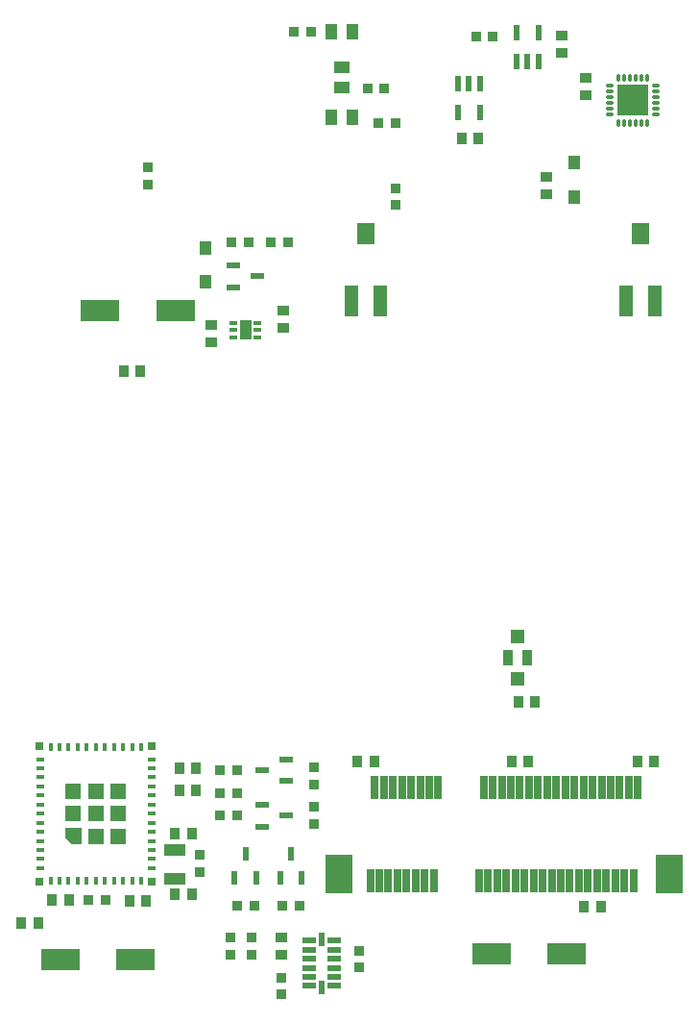
<source format=gtp>
G04*
G04 #@! TF.GenerationSoftware,Altium Limited,Altium Designer,21.0.9 (235)*
G04*
G04 Layer_Color=8421504*
%FSLAX24Y24*%
%MOIN*%
G70*
G04*
G04 #@! TF.SameCoordinates,6C9EA5C6-EB33-49EF-A4A3-CBEC368A9CDE*
G04*
G04*
G04 #@! TF.FilePolarity,Positive*
G04*
G01*
G75*
%ADD17R,0.0250X0.0830*%
%ADD18R,0.0960X0.1320*%
%ADD19R,0.0433X0.0571*%
%ADD20R,0.0571X0.0433*%
%ADD21R,0.0441X0.0488*%
%ADD22R,0.0472X0.1063*%
%ADD23R,0.0591X0.0748*%
%ADD24R,0.0394X0.0335*%
%ADD25R,0.0492X0.0236*%
%ADD26R,0.0335X0.0394*%
%ADD27R,0.1320X0.0750*%
%ADD28R,0.0236X0.0492*%
%ADD29R,0.0157X0.0315*%
%ADD30R,0.0315X0.0157*%
%ADD31R,0.0571X0.0571*%
%ADD32R,0.0276X0.0276*%
%ADD33R,0.0374X0.0354*%
%ADD34R,0.0354X0.0374*%
%ADD35R,0.0236X0.0551*%
%ADD36R,0.0512X0.0472*%
%ADD37R,0.1063X0.1063*%
%ADD38O,0.0315X0.0110*%
%ADD39O,0.0110X0.0315*%
%ADD40R,0.0748X0.0433*%
%ADD41R,0.0433X0.0669*%
%ADD42R,0.0256X0.0138*%
%ADD43R,0.0217X0.0451*%
%ADD44R,0.0451X0.0217*%
G36*
X3957Y6467D02*
Y5896D01*
X3622D01*
X3386Y6132D01*
Y6467D01*
X3957D01*
D02*
G37*
G36*
X18583Y12087D02*
Y12638D01*
X18937D01*
Y12087D01*
X18583D01*
D02*
G37*
G36*
X19252D02*
Y12638D01*
X19606D01*
Y12087D01*
X19252D01*
D02*
G37*
D17*
X13976Y4646D02*
D03*
X17756D02*
D03*
X19331D02*
D03*
X20591D02*
D03*
X19961D02*
D03*
X18071D02*
D03*
X18701D02*
D03*
X19016D02*
D03*
X18386D02*
D03*
X20276D02*
D03*
X19646D02*
D03*
X20906D02*
D03*
X14134Y7874D02*
D03*
X14449D02*
D03*
X14764D02*
D03*
X15394D02*
D03*
X16024D02*
D03*
X16339D02*
D03*
X15079D02*
D03*
X15709D02*
D03*
X16181Y4646D02*
D03*
X15866D02*
D03*
X15236D02*
D03*
X14291D02*
D03*
X14921D02*
D03*
X15551D02*
D03*
X14606D02*
D03*
X22953Y7874D02*
D03*
X22638D02*
D03*
X21693D02*
D03*
X21063D02*
D03*
X23268D02*
D03*
X21378D02*
D03*
X22008D02*
D03*
X20748D02*
D03*
X22323D02*
D03*
X21850Y4646D02*
D03*
X22795D02*
D03*
X22480D02*
D03*
X21220D02*
D03*
X21535D02*
D03*
X22165D02*
D03*
X23110D02*
D03*
X20433Y7874D02*
D03*
X18228D02*
D03*
X18543D02*
D03*
X18858D02*
D03*
X17913D02*
D03*
X19803D02*
D03*
X20118D02*
D03*
X19173D02*
D03*
X19488D02*
D03*
D18*
X12884Y4882D02*
D03*
X24360D02*
D03*
D19*
X12638Y34055D02*
D03*
X13346D02*
D03*
Y31102D02*
D03*
X12638D02*
D03*
D20*
X12992Y32126D02*
D03*
Y32835D02*
D03*
D21*
X21063Y29528D02*
D03*
Y28346D02*
D03*
X8268Y26575D02*
D03*
Y25394D02*
D03*
D22*
X22858Y24744D02*
D03*
X23842D02*
D03*
X14314D02*
D03*
X13330D02*
D03*
D23*
X23350Y27067D02*
D03*
X13822D02*
D03*
D24*
X8465Y23307D02*
D03*
Y23898D02*
D03*
X10945Y24390D02*
D03*
Y23799D02*
D03*
X20630Y33917D02*
D03*
Y33327D02*
D03*
X21457Y31870D02*
D03*
Y32461D02*
D03*
X10906Y2067D02*
D03*
Y2657D02*
D03*
X20079Y29035D02*
D03*
Y28445D02*
D03*
D25*
X10059Y25591D02*
D03*
X9232Y25215D02*
D03*
Y25967D02*
D03*
X11043Y6890D02*
D03*
X10217Y6514D02*
D03*
Y7266D02*
D03*
X11043Y8089D02*
D03*
Y8841D02*
D03*
X10217Y8465D02*
D03*
D26*
X6004Y22308D02*
D03*
X5413D02*
D03*
X7776Y6260D02*
D03*
X7185D02*
D03*
X7776Y4173D02*
D03*
X7185D02*
D03*
X21398Y3740D02*
D03*
X21988D02*
D03*
X17736Y30354D02*
D03*
X17146D02*
D03*
X19114Y10827D02*
D03*
X19705D02*
D03*
X23248Y8780D02*
D03*
X23839D02*
D03*
X18878D02*
D03*
X19468D02*
D03*
X14114D02*
D03*
X13524D02*
D03*
X3524Y3962D02*
D03*
X2934D02*
D03*
X7343Y8543D02*
D03*
X7933D02*
D03*
X7343Y7756D02*
D03*
X7933D02*
D03*
X5610Y3937D02*
D03*
X6201D02*
D03*
X1870Y3165D02*
D03*
X2461D02*
D03*
D27*
X4596Y24409D02*
D03*
X7216D02*
D03*
X20798Y2087D02*
D03*
X18178D02*
D03*
X3218Y1890D02*
D03*
X5838D02*
D03*
D28*
X9646Y5563D02*
D03*
X10022Y4736D02*
D03*
X9270D02*
D03*
X10844D02*
D03*
X11596D02*
D03*
X11220Y5563D02*
D03*
D29*
X2874Y4636D02*
D03*
X3189D02*
D03*
X3504D02*
D03*
X3819D02*
D03*
X4134D02*
D03*
X4449D02*
D03*
X4764D02*
D03*
X5079D02*
D03*
X5394D02*
D03*
X5709D02*
D03*
X6024D02*
D03*
Y9281D02*
D03*
X5709D02*
D03*
X5394D02*
D03*
X5079D02*
D03*
X4764D02*
D03*
X4449D02*
D03*
X4134D02*
D03*
X3819D02*
D03*
X3504D02*
D03*
X3189D02*
D03*
X2874D02*
D03*
D30*
X6378Y5069D02*
D03*
Y5384D02*
D03*
Y5699D02*
D03*
Y6014D02*
D03*
Y6329D02*
D03*
Y6644D02*
D03*
Y6959D02*
D03*
Y7274D02*
D03*
Y7589D02*
D03*
Y7904D02*
D03*
Y8219D02*
D03*
Y8533D02*
D03*
Y8848D02*
D03*
X2520D02*
D03*
Y8533D02*
D03*
Y8219D02*
D03*
Y7904D02*
D03*
Y7589D02*
D03*
Y7274D02*
D03*
Y6959D02*
D03*
Y6644D02*
D03*
Y6329D02*
D03*
Y6014D02*
D03*
Y5699D02*
D03*
Y5384D02*
D03*
Y5069D02*
D03*
D31*
X4449Y6959D02*
D03*
X3671Y7736D02*
D03*
Y6959D02*
D03*
X4449Y6181D02*
D03*
X5226D02*
D03*
Y6959D02*
D03*
Y7736D02*
D03*
X4449D02*
D03*
D32*
X2500Y4616D02*
D03*
X6398D02*
D03*
Y9301D02*
D03*
X2500D02*
D03*
D33*
X8071Y4941D02*
D03*
Y5531D02*
D03*
X12008Y7972D02*
D03*
Y8563D02*
D03*
X9134Y2657D02*
D03*
Y2067D02*
D03*
X14843Y28051D02*
D03*
Y28642D02*
D03*
X9843Y2067D02*
D03*
Y2657D02*
D03*
X10906Y689D02*
D03*
Y1280D02*
D03*
X13582Y1624D02*
D03*
Y2215D02*
D03*
X12008Y7185D02*
D03*
Y6594D02*
D03*
X6260Y28760D02*
D03*
Y29350D02*
D03*
D34*
X9350Y3772D02*
D03*
X9941D02*
D03*
X11516D02*
D03*
X10925D02*
D03*
X18236Y33898D02*
D03*
X17646D02*
D03*
X4193Y3976D02*
D03*
X4783D02*
D03*
X14862Y30906D02*
D03*
X14272D02*
D03*
X13878Y32087D02*
D03*
X14468D02*
D03*
X8760Y6890D02*
D03*
X9350D02*
D03*
X8760Y8465D02*
D03*
X9350D02*
D03*
X8760Y7677D02*
D03*
X9350D02*
D03*
X11319Y34055D02*
D03*
X11909D02*
D03*
X10532Y26772D02*
D03*
X11122D02*
D03*
X9154D02*
D03*
X9744D02*
D03*
D35*
X17776Y31280D02*
D03*
X17028D02*
D03*
Y32264D02*
D03*
X17402D02*
D03*
X17776D02*
D03*
X19060Y34020D02*
D03*
X19808D02*
D03*
Y33035D02*
D03*
X19434D02*
D03*
X19060D02*
D03*
D36*
X19094Y11634D02*
D03*
Y13091D02*
D03*
D37*
X23086Y31693D02*
D03*
D38*
X23878Y32185D02*
D03*
X23878Y31988D02*
D03*
X23878Y31791D02*
D03*
X23878Y31594D02*
D03*
X23878Y31398D02*
D03*
X23878Y31201D02*
D03*
X22303D02*
D03*
X22303Y31398D02*
D03*
X22303Y31594D02*
D03*
X22303Y31791D02*
D03*
X22303Y31988D02*
D03*
X22303Y32185D02*
D03*
D39*
X23580Y30906D02*
D03*
X23386D02*
D03*
X23189D02*
D03*
X22992D02*
D03*
X22795D02*
D03*
X22599D02*
D03*
Y32480D02*
D03*
X22795D02*
D03*
X22992D02*
D03*
X23189D02*
D03*
X23386D02*
D03*
X23583D02*
D03*
D40*
X7205Y5689D02*
D03*
Y4705D02*
D03*
D41*
X9646Y23720D02*
D03*
D42*
X10059Y23976D02*
D03*
Y23720D02*
D03*
Y23465D02*
D03*
X9232D02*
D03*
Y23720D02*
D03*
Y23976D02*
D03*
D43*
X12283Y2598D02*
D03*
Y946D02*
D03*
D44*
X12715Y2559D02*
D03*
Y2244D02*
D03*
Y1929D02*
D03*
Y1614D02*
D03*
Y1299D02*
D03*
Y984D02*
D03*
X11852D02*
D03*
Y1299D02*
D03*
Y1614D02*
D03*
Y1929D02*
D03*
Y2244D02*
D03*
Y2559D02*
D03*
M02*

</source>
